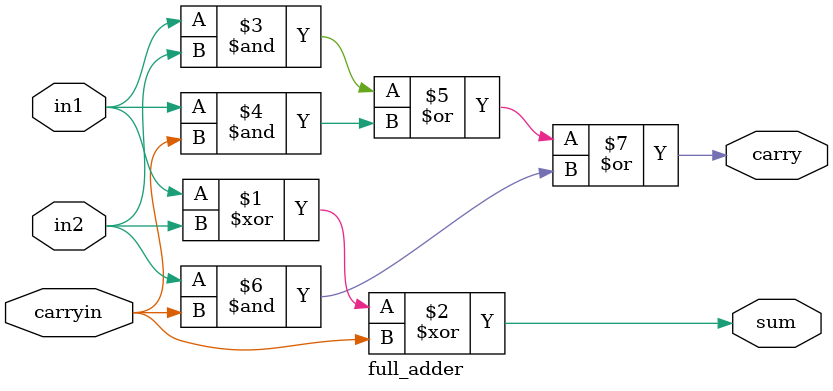
<source format=v>
`timescale 1ns / 1ps


module full_adder(
    input in1,
    input in2,
    input carryin,
    output sum,
    output carry
    );
    assign sum = in1^in2^carryin;
    assign carry = (in1 & in2) | (in1 & carryin) | (in2 & carryin);
endmodule

</source>
